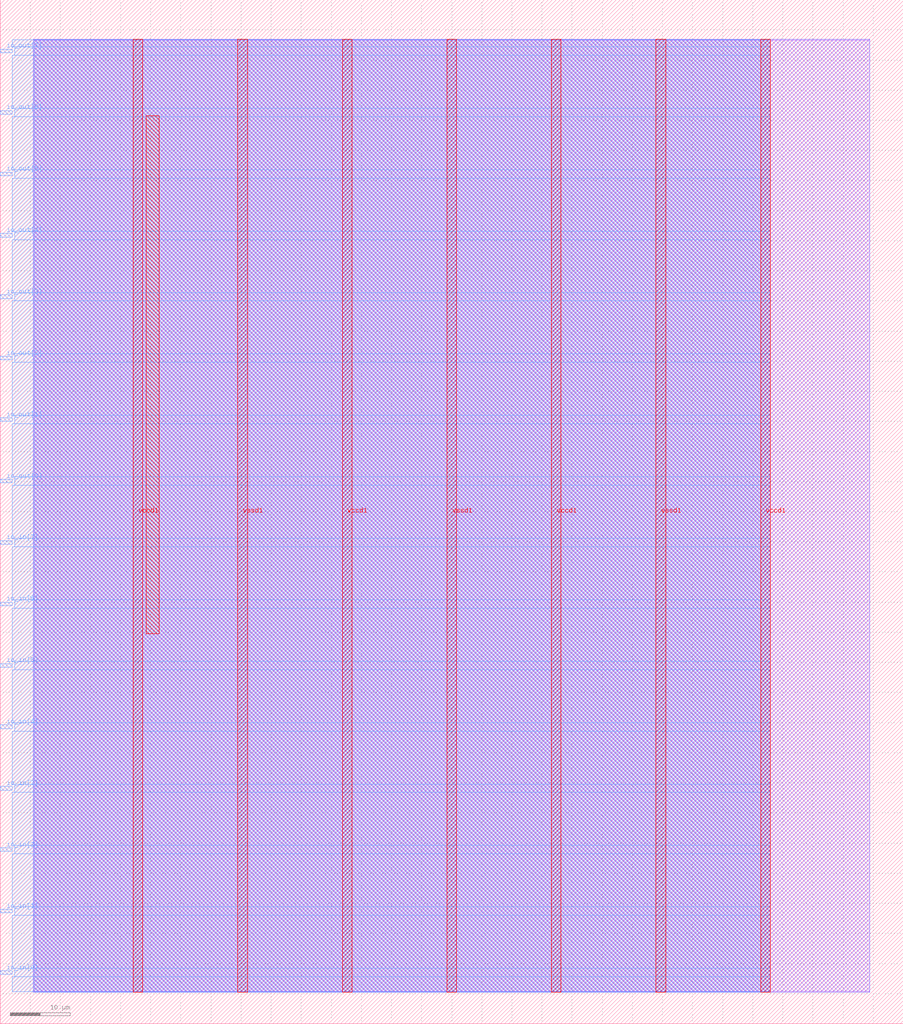
<source format=lef>
VERSION 5.7 ;
  NOWIREEXTENSIONATPIN ON ;
  DIVIDERCHAR "/" ;
  BUSBITCHARS "[]" ;
MACRO tt2_tholin_multiplier
  CLASS BLOCK ;
  FOREIGN tt2_tholin_multiplier ;
  ORIGIN 0.000 0.000 ;
  SIZE 150.000 BY 170.000 ;
  PIN io_in[0]
    DIRECTION INPUT ;
    USE SIGNAL ;
    PORT
      LAYER met3 ;
        RECT 0.000 8.200 2.000 8.800 ;
    END
  END io_in[0]
  PIN io_in[1]
    DIRECTION INPUT ;
    USE SIGNAL ;
    PORT
      LAYER met3 ;
        RECT 0.000 18.400 2.000 19.000 ;
    END
  END io_in[1]
  PIN io_in[2]
    DIRECTION INPUT ;
    USE SIGNAL ;
    PORT
      LAYER met3 ;
        RECT 0.000 28.600 2.000 29.200 ;
    END
  END io_in[2]
  PIN io_in[3]
    DIRECTION INPUT ;
    USE SIGNAL ;
    PORT
      LAYER met3 ;
        RECT 0.000 38.800 2.000 39.400 ;
    END
  END io_in[3]
  PIN io_in[4]
    DIRECTION INPUT ;
    USE SIGNAL ;
    PORT
      LAYER met3 ;
        RECT 0.000 49.000 2.000 49.600 ;
    END
  END io_in[4]
  PIN io_in[5]
    DIRECTION INPUT ;
    USE SIGNAL ;
    PORT
      LAYER met3 ;
        RECT 0.000 59.200 2.000 59.800 ;
    END
  END io_in[5]
  PIN io_in[6]
    DIRECTION INPUT ;
    USE SIGNAL ;
    PORT
      LAYER met3 ;
        RECT 0.000 69.400 2.000 70.000 ;
    END
  END io_in[6]
  PIN io_in[7]
    DIRECTION INPUT ;
    USE SIGNAL ;
    PORT
      LAYER met3 ;
        RECT 0.000 79.600 2.000 80.200 ;
    END
  END io_in[7]
  PIN io_out[0]
    DIRECTION OUTPUT TRISTATE ;
    USE SIGNAL ;
    PORT
      LAYER met3 ;
        RECT 0.000 89.800 2.000 90.400 ;
    END
  END io_out[0]
  PIN io_out[1]
    DIRECTION OUTPUT TRISTATE ;
    USE SIGNAL ;
    PORT
      LAYER met3 ;
        RECT 0.000 100.000 2.000 100.600 ;
    END
  END io_out[1]
  PIN io_out[2]
    DIRECTION OUTPUT TRISTATE ;
    USE SIGNAL ;
    PORT
      LAYER met3 ;
        RECT 0.000 110.200 2.000 110.800 ;
    END
  END io_out[2]
  PIN io_out[3]
    DIRECTION OUTPUT TRISTATE ;
    USE SIGNAL ;
    PORT
      LAYER met3 ;
        RECT 0.000 120.400 2.000 121.000 ;
    END
  END io_out[3]
  PIN io_out[4]
    DIRECTION OUTPUT TRISTATE ;
    USE SIGNAL ;
    PORT
      LAYER met3 ;
        RECT 0.000 130.600 2.000 131.200 ;
    END
  END io_out[4]
  PIN io_out[5]
    DIRECTION OUTPUT TRISTATE ;
    USE SIGNAL ;
    PORT
      LAYER met3 ;
        RECT 0.000 140.800 2.000 141.400 ;
    END
  END io_out[5]
  PIN io_out[6]
    DIRECTION OUTPUT TRISTATE ;
    USE SIGNAL ;
    PORT
      LAYER met3 ;
        RECT 0.000 151.000 2.000 151.600 ;
    END
  END io_out[6]
  PIN io_out[7]
    DIRECTION OUTPUT TRISTATE ;
    USE SIGNAL ;
    PORT
      LAYER met3 ;
        RECT 0.000 161.200 2.000 161.800 ;
    END
  END io_out[7]
  PIN vccd1
    DIRECTION INOUT ;
    USE POWER ;
    PORT
      LAYER met4 ;
        RECT 22.090 5.200 23.690 163.440 ;
    END
    PORT
      LAYER met4 ;
        RECT 56.830 5.200 58.430 163.440 ;
    END
    PORT
      LAYER met4 ;
        RECT 91.570 5.200 93.170 163.440 ;
    END
    PORT
      LAYER met4 ;
        RECT 126.310 5.200 127.910 163.440 ;
    END
  END vccd1
  PIN vssd1
    DIRECTION INOUT ;
    USE GROUND ;
    PORT
      LAYER met4 ;
        RECT 39.460 5.200 41.060 163.440 ;
    END
    PORT
      LAYER met4 ;
        RECT 74.200 5.200 75.800 163.440 ;
    END
    PORT
      LAYER met4 ;
        RECT 108.940 5.200 110.540 163.440 ;
    END
  END vssd1
  OBS
      LAYER li1 ;
        RECT 5.520 5.355 144.440 163.285 ;
      LAYER met1 ;
        RECT 5.520 5.200 144.440 163.440 ;
      LAYER met2 ;
        RECT 5.620 5.255 127.880 163.385 ;
      LAYER met3 ;
        RECT 2.000 162.200 127.900 163.365 ;
        RECT 2.400 160.800 127.900 162.200 ;
        RECT 2.000 152.000 127.900 160.800 ;
        RECT 2.400 150.600 127.900 152.000 ;
        RECT 2.000 141.800 127.900 150.600 ;
        RECT 2.400 140.400 127.900 141.800 ;
        RECT 2.000 131.600 127.900 140.400 ;
        RECT 2.400 130.200 127.900 131.600 ;
        RECT 2.000 121.400 127.900 130.200 ;
        RECT 2.400 120.000 127.900 121.400 ;
        RECT 2.000 111.200 127.900 120.000 ;
        RECT 2.400 109.800 127.900 111.200 ;
        RECT 2.000 101.000 127.900 109.800 ;
        RECT 2.400 99.600 127.900 101.000 ;
        RECT 2.000 90.800 127.900 99.600 ;
        RECT 2.400 89.400 127.900 90.800 ;
        RECT 2.000 80.600 127.900 89.400 ;
        RECT 2.400 79.200 127.900 80.600 ;
        RECT 2.000 70.400 127.900 79.200 ;
        RECT 2.400 69.000 127.900 70.400 ;
        RECT 2.000 60.200 127.900 69.000 ;
        RECT 2.400 58.800 127.900 60.200 ;
        RECT 2.000 50.000 127.900 58.800 ;
        RECT 2.400 48.600 127.900 50.000 ;
        RECT 2.000 39.800 127.900 48.600 ;
        RECT 2.400 38.400 127.900 39.800 ;
        RECT 2.000 29.600 127.900 38.400 ;
        RECT 2.400 28.200 127.900 29.600 ;
        RECT 2.000 19.400 127.900 28.200 ;
        RECT 2.400 18.000 127.900 19.400 ;
        RECT 2.000 9.200 127.900 18.000 ;
        RECT 2.400 7.800 127.900 9.200 ;
        RECT 2.000 5.275 127.900 7.800 ;
      LAYER met4 ;
        RECT 24.215 64.775 26.385 150.785 ;
  END
END tt2_tholin_multiplier
END LIBRARY


</source>
